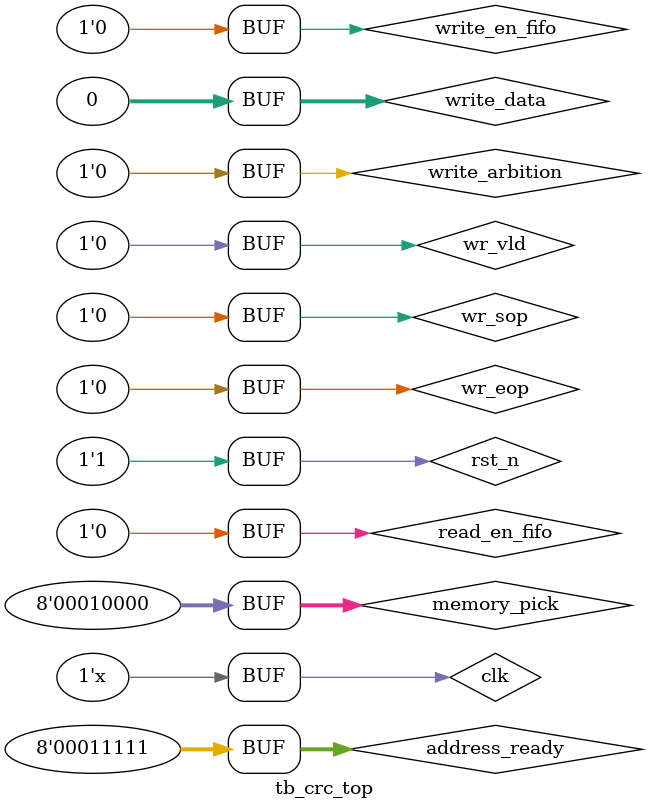
<source format=v>
`timescale 1ns / 1ps

module tb_crc_top();


reg  	     clk            ;
reg  	     rst_n          ;

reg  [31:0]  write_data     ;
reg          write_en_fifo  ;
reg          read_en_fifo   ;

reg          wr_sop         ;
reg          wr_eop         ;
reg          wr_vld         ;
reg          write_arbition ;
reg  [7:0]   memory_pick    ;
reg  [7:0]   address_ready  ;
                            
wire [31:0]	 data_true      ;
wire		 write_ready    ;
wire [10:0]  data_size      ;
wire [3:0]   dest_port      ;
wire [9:0]   data_wait_time ;
wire [2:0]   data_priority  ;
wire         write_en_reg   ;


always #10 clk = ~clk;

initial
    begin
        clk = 1'b1;
        rst_n <= 1'b0;
        wr_sop <= 1'b0;
        wr_eop <= 1'b0;
        wr_vld <= 1'b0;
        write_en_fifo <= 1'b0;
        read_en_fifo <= 1'b0;
        #20
        rst_n <= 1'b1;
        #40
        write_en_fifo <= 1'b1;
        #20
        read_en_fifo <= 1'b1;
        #180
        write_en_fifo <= 1'b0;
        #20
        read_en_fifo <= 1'b0;     
    end 
    
initial
    begin
        wr_sop <= 1'b0;
        wr_eop <= 1'b0;
        wr_vld <= 1'b0;
        #20
        rst_n <= 1'b1;
        #40
        wr_sop <= 1'b1;
        #20
        wr_sop <= 1'b0;
        wr_vld <= 1'b1;
        #180
        wr_vld <= 1'b0;
        wr_eop <= 1'b1;
        #20
        wr_eop <= 1'b0;        
    end     
    

initial 
    begin
    write_data <= 32'b0;
    #60
    write_data <= 32'b000000000_00110000_01001110_101_0010;
    #20
    write_data <= 32'b00000000001111111111101110011111;
    #20
    write_data <= 32'b01010101010101010101010101010111; 
    #20
    write_data <= 32'b01111111111111100000000000000000;
    #20
    write_data <= 32'b00000000001111111111111010101010;
    #20
    write_data <= 32'b00000011111111110101010001010101; 
    #20
    write_data <= 32'b01010101010000000011111111100000;
    #20
    write_data <= 32'b00000000001111111111101110011111;
    #20
    write_data <= 32'b01111111111111100000000000000000;
    #20
    write_data <= 32'b0;
    end
    
initial
    begin
        write_arbition <= 1'b0;
        memory_pick   <= 8'b00000001;
        address_ready <= 8'b00000000;
        #700
        write_arbition <= 1'b1;
        memory_pick   <= 8'b00000010;
        address_ready <= 8'b00000001;
        #20
        memory_pick   <= 8'b00000100;
        address_ready <= 8'b00000011;
        write_arbition <= 1'b0;
        #20
        memory_pick   <= 8'b00001000;
        address_ready <= 8'b00000111;
        #20
        memory_pick   <= 8'b00010000;
        address_ready <= 8'b00011111;
    end   

CRC_top CRC_top_inst
(
    .clk           (clk           ),
	.rst_n         (rst_n         ),
                    
	.write_data    (write_data    ),
    .write_en_fifo (write_en_fifo ),
    .read_en_fifo  (read_en_fifo  ),
                    
    .wr_sop        (wr_sop        ),
    .wr_eop        (wr_eop        ),
    .wr_vld        (wr_vld        ),
    .write_arbition(write_arbition),
    .memory_pick   (memory_pick   ),  //RAM选择信号
    .address_ready (address_ready ),  //RAM就绪信号
                    
	.data_true     (data_true     ),  //crc校验结束输出的数据
	.write_ready   (write_ready   ),  //crc正确后请求输出数据的信号，(history_memory_pick & address_ready)>0后拉低
    .data_size     (data_size     ),
    .dest_port     (dest_port     ),
    .data_wait_time(data_wait_time),
    .data_priority (data_priority ),
    .write_en_reg  (write_en_reg  )  
);





































endmodule

</source>
